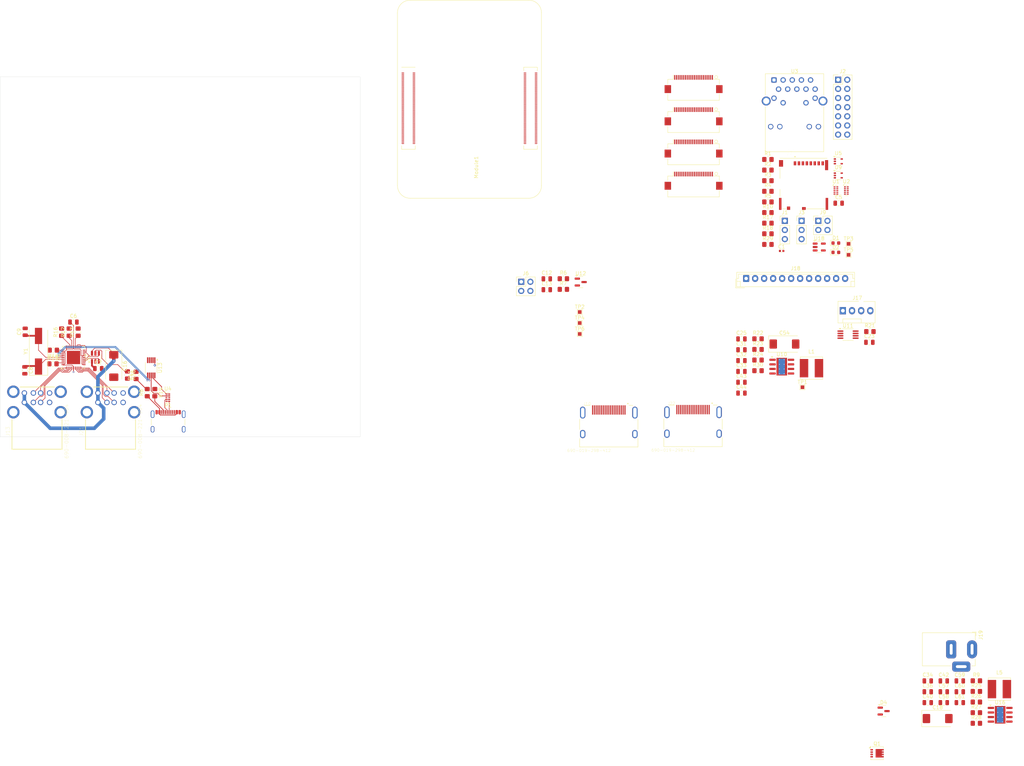
<source format=kicad_pcb>
(kicad_pcb (version 20240108) (generator "pcbnew") (generator_version "8.0")
  (layers (0 "F.Cu" signal) (1 "In1.Cu" signal) (2 "In2.Cu" signal) (31 "B.Cu" signal) (34 "B.Paste" user) (35 "F.Paste" user) (36 "B.SilkS" user "B.Silkscreen") (37 "F.SilkS" user "F.Silkscreen") (38 "B.Mask" user) (39 "F.Mask" user) (44 "Edge.Cuts" user))
  (net 0 "")
  (net 1 "GND")
  (net 2 "Net-(C1-Pad1)")
  (net 3 "/+5v")
  (net 4 "/+3.3v")
  (net 5 "/CM4_GPIO ( Ethernet, GPIO, SDCARD)/SD_PWR")
  (net 6 "Net-(U6-XTALIN{slash}CLKIN)")
  (net 7 "Net-(U6-XTALOUT)")
  (net 8 "/CM4_HighSpeed/HDMI_5v")
  (net 9 "/USB2-HUB/VBUS")
  (net 10 "/PCIe-connector/+12v")
  (net 11 "Net-(U10-BST)")
  (net 12 "Net-(C31-Pad1)")
  (net 13 "Net-(U10-SS)")
  (net 14 "Net-(U10-COMP)")
  (net 15 "/+12v")
  (net 16 "Net-(Q1-D)")
  (net 17 "Net-(C43-Pad1)")
  (net 18 "/PCIe-connector/+3.3v")
  (net 19 "Net-(U10-FB)")
  (net 20 "Net-(C57-Pad1)")
  (net 21 "Net-(U16-BST)")
  (net 22 "Net-(U16-SS)")
  (net 23 "Net-(U16-COMP)")
  (net 24 "Net-(C60-Pad1)")
  (net 25 "Net-(U16-FB)")
  (net 26 "Net-(D1-K)")
  (net 27 "Net-(D2-K)")
  (net 28 "/CM4_GPIO ( Ethernet, GPIO, SDCARD)/GLOBAL_EN")
  (net 29 "/CM4_GPIO ( Ethernet, GPIO, SDCARD)/RUN_PG")
  (net 30 "Net-(J2-Pin_13)")
  (net 31 "/CM4_GPIO ( Ethernet, GPIO, SDCARD)/nRPIBOOT")
  (net 32 "/CM4_GPIO ( Ethernet, GPIO, SDCARD)/AIN1")
  (net 33 "/CM4_GPIO ( Ethernet, GPIO, SDCARD)/SYNC_OUT")
  (net 34 "/CM4_GPIO ( Ethernet, GPIO, SDCARD)/AIN0")
  (net 35 "/CM4_GPIO ( Ethernet, GPIO, SDCARD)/TV_OUT")
  (net 36 "/CM4_GPIO ( Ethernet, GPIO, SDCARD)/EEPROM_nWP")
  (net 37 "/CM4_GPIO ( Ethernet, GPIO, SDCARD)/SYNC_IN")
  (net 38 "/CM4_GPIO ( Ethernet, GPIO, SDCARD)/BT_nDis")
  (net 39 "/CM4_GPIO ( Ethernet, GPIO, SDCARD)/WL_nDis")
  (net 40 "/CM4_HighSpeed/CAM0_C_P")
  (net 42 "/CM4_HighSpeed/CAM0_D1_N")
  (net 43 "/CM4_HighSpeed/SDA1")
  (net 44 "/CM4_HighSpeed/CAM_GPIO")
  (net 45 "/CM4_HighSpeed/CAM0_D1_P")
  (net 46 "/CM4_HighSpeed/CAM0_D0_P")
  (net 47 "/CM4_HighSpeed/SCL1")
  (net 50 "/CM4_HighSpeed/CAM0_C_N")
  (net 52 "/CM4_HighSpeed/CAM0_D0_N")
  (net 54 "/CM4_HighSpeed/CAM1_D2_P")
  (net 55 "/CM4_HighSpeed/CAM1_D2_N")
  (net 56 "/CM4_HighSpeed/CAM1_D1_P")
  (net 58 "/CM4_HighSpeed/CAM1_D3_N")
  (net 59 "/CM4_HighSpeed/CAM1_C_P")
  (net 60 "/CM4_HighSpeed/SDA0")
  (net 61 "/CM4_HighSpeed/SCL0")
  (net 62 "/CM4_HighSpeed/CAM1_D3_P")
  (net 63 "/CM4_HighSpeed/CAM1_C_N")
  (net 64 "/CM4_HighSpeed/CAM1_D0_N")
  (net 65 "/CM4_HighSpeed/CAM1_D1_N")
  (net 66 "/CM4_HighSpeed/CAM1_D0_P")
  (net 67 "/CM4_GPIO ( Ethernet, GPIO, SDCARD)/ID_SC")
  (net 68 "/CM4_GPIO ( Ethernet, GPIO, SDCARD)/ID_SD")
  (net 69 "/CM4_GPIO ( Ethernet, GPIO, SDCARD)/SD_DAT1")
  (net 70 "/CM4_GPIO ( Ethernet, GPIO, SDCARD)/SD_CMD")
  (net 71 "Net-(J7-DET_B)")
  (net 72 "/CM4_GPIO ( Ethernet, GPIO, SDCARD)/SD_CLK")
  (net 73 "/CM4_GPIO ( Ethernet, GPIO, SDCARD)/SD_DAT0")
  (net 74 "Net-(J7-DET_A)")
  (net 75 "/CM4_GPIO ( Ethernet, GPIO, SDCARD)/SD_DAT3")
  (net 76 "/CM4_GPIO ( Ethernet, GPIO, SDCARD)/SD_DAT2")
  (net 77 "/CM4_GPIO ( Ethernet, GPIO, SDCARD)/GPIO15")
  (net 78 "/CM4_GPIO ( Ethernet, GPIO, SDCARD)/GPIO17")
  (net 79 "/CM4_GPIO ( Ethernet, GPIO, SDCARD)/GPIO25")
  (net 80 "/CM4_GPIO ( Ethernet, GPIO, SDCARD)/GPIO26")
  (net 81 "/CM4_GPIO ( Ethernet, GPIO, SDCARD)/GPIO23")
  (net 82 "/CM4_GPIO ( Ethernet, GPIO, SDCARD)/GPIO9")
  (net 83 "/CM4_GPIO ( Ethernet, GPIO, SDCARD)/GPIO19")
  (net 84 "/CM4_GPIO ( Ethernet, GPIO, SDCARD)/GPIO4")
  (net 85 "/CM4_GPIO ( Ethernet, GPIO, SDCARD)/GPIO22")
  (net 86 "/CM4_GPIO ( Ethernet, GPIO, SDCARD)/GPIO27")
  (net 87 "/CM4_GPIO ( Ethernet, GPIO, SDCARD)/GPIO16")
  (net 88 "/CM4_GPIO ( Ethernet, GPIO, SDCARD)/GPIO5")
  (net 89 "/CM4_GPIO ( Ethernet, GPIO, SDCARD)/GPIO18")
  (net 90 "/CM4_GPIO ( Ethernet, GPIO, SDCARD)/GPIO3")
  (net 91 "/CM4_GPIO ( Ethernet, GPIO, SDCARD)/GPIO8")
  (net 92 "/CM4_GPIO ( Ethernet, GPIO, SDCARD)/GPIO21")
  (net 93 "/CM4_GPIO ( Ethernet, GPIO, SDCARD)/GPIO10")
  (net 94 "/CM4_GPIO ( Ethernet, GPIO, SDCARD)/GPIO2")
  (net 95 "/CM4_GPIO ( Ethernet, GPIO, SDCARD)/GPIO24")
  (net 96 "/CM4_GPIO ( Ethernet, GPIO, SDCARD)/GPIO13")
  (net 97 "/CM4_GPIO ( Ethernet, GPIO, SDCARD)/GPIO7")
  (net 98 "/CM4_GPIO ( Ethernet, GPIO, SDCARD)/GPIO14")
  (net 99 "/CM4_GPIO ( Ethernet, GPIO, SDCARD)/GPIO11")
  (net 100 "/CM4_GPIO ( Ethernet, GPIO, SDCARD)/GPIO20")
  (net 101 "/CM4_GPIO ( Ethernet, GPIO, SDCARD)/GPIO12")
  (net 102 "/CM4_GPIO ( Ethernet, GPIO, SDCARD)/GPIO6")
  (net 103 "/CM4_GPIO ( Ethernet, GPIO, SDCARD)/TR2_TAP")
  (net 104 "/CM4_GPIO ( Ethernet, GPIO, SDCARD)/TR1_TAP")
  (net 105 "/CM4_GPIO ( Ethernet, GPIO, SDCARD)/TR0_TAP")
  (net 106 "/CM4_GPIO ( Ethernet, GPIO, SDCARD)/TR3_TAP")
  (net 107 "/CM4_HighSpeed/HDMI1_CK_N")
  (net 108 "/CM4_HighSpeed/HDMI1_D1_P")
  (net 109 "/CM4_HighSpeed/HDMI1_SCL")
  (net 111 "/CM4_HighSpeed/HDMI1_D2_P")
  (net 112 "/CM4_HighSpeed/HDMI1_CEC")
  (net 113 "/CM4_HighSpeed/HDMI1_D1_N")
  (net 114 "/CM4_HighSpeed/HDMI1_HOTPLUG")
  (net 115 "/CM4_HighSpeed/HDMI1_D0_P")
  (net 116 "/CM4_HighSpeed/HDMI1_D0_N")
  (net 117 "/CM4_HighSpeed/HDMI1_D2_N")
  (net 118 "/CM4_HighSpeed/HDMI1_SDA")
  (net 119 "/CM4_HighSpeed/HDMI1_CK_P")
  (net 120 "/USB2-HUB/USBD_N")
  (net 121 "/USB2-HUB/USBD_P")
  (net 122 "/USB2-HUB/HD1_N")
  (net 123 "/USB2-HUB/HD2_N")
  (net 124 "/USB2-HUB/HD2_P")
  (net 125 "/USB2-HUB/HD1_P")
  (net 126 "/USB2-HUB/HD3_P")
  (net 127 "/USB2-HUB/HD3_N")
  (net 128 "/USB2-HUB/HD4_P")
  (net 129 "/USB2-HUB/HD4_N")
  (net 131 "/CM4_HighSpeed/DSI0_D1_N")
  (net 132 "/CM4_HighSpeed/DSI0_C_N")
  (net 133 "/CM4_HighSpeed/DSI0_C_P")
  (net 135 "/CM4_HighSpeed/DSI0_D1_P")
  (net 137 "/CM4_HighSpeed/DSI0_D0_N")
  (net 139 "/CM4_HighSpeed/DSI0_D0_P")
  (net 143 "/CM4_HighSpeed/DSI1_D2_P")
  (net 144 "/CM4_HighSpeed/DSI1_D3_P")
  (net 145 "/CM4_HighSpeed/DSI1_D1_P")
  (net 146 "/CM4_HighSpeed/DSI1_D2_N")
  (net 147 "/CM4_HighSpeed/DSI1_D0_N")
  (net 149 "/CM4_HighSpeed/DSI1_D0_P")
  (net 150 "/CM4_HighSpeed/DSI1_C_N")
  (net 151 "/CM4_HighSpeed/DSI1_C_P")
  (net 152 "/CM4_HighSpeed/DSI1_D3_N")
  (net 153 "/CM4_HighSpeed/DSI1_D1_N")
  (net 154 "Net-(J17-Pin_3)")
  (net 155 "Net-(J17-Pin_4)")
  (net 156 "/CM4_HighSpeed/PCIE_RX_P")
  (net 157 "/CM4_HighSpeed/PCIE_CLK_nREQ")
  (net 158 "/CM4_HighSpeed/PCIE_CLK_N")
  (net 159 "/CM4_HighSpeed/PCIE_RX_N")
  (net 160 "/CM4_HighSpeed/PCIE_TX_P")
  (net 161 "/CM4_HighSpeed/PCIE_nRST")
  (net 162 "/CM4_HighSpeed/PCIE_TX_N")
  (net 163 "/CM4_HighSpeed/PCIE_CLK_P")
  (net 164 "/CM4_HighSpeed/HDMI0_CK_P")
  (net 165 "/CM4_HighSpeed/HDMI0_D0_N")
  (net 166 "/CM4_HighSpeed/HDMI0_D2_N")
  (net 167 "/CM4_HighSpeed/HDMI0_D1_P")
  (net 168 "/CM4_HighSpeed/HDMI0_SCL")
  (net 170 "/CM4_HighSpeed/HDMI0_CK_N")
  (net 171 "/CM4_HighSpeed/HDMI0_D2_P")
  (net 172 "/CM4_HighSpeed/HDMI0_CEC")
  (net 173 "/CM4_HighSpeed/HDMI0_SDA")
  (net 174 "/CM4_HighSpeed/HDMI0_D1_N")
  (net 175 "/CM4_HighSpeed/HDMI0_D0_P")
  (net 176 "/CM4_HighSpeed/HDMI0_HOTPLUG")
  (net 177 "Net-(U10-SW)")
  (net 178 "Net-(U16-SW)")
  (net 180 "/CM4_GPIO ( Ethernet, GPIO, SDCARD)/TRD3_P")
  (net 182 "Net-(Module1A-PI_nLED_Activity)")
  (net 184 "/nEXTRST")
  (net 185 "/CM4_HighSpeed/USB2_N")
  (net 186 "/CM4_GPIO ( Ethernet, GPIO, SDCARD)/TRD2_P")
  (net 187 "/CM4_GPIO ( Ethernet, GPIO, SDCARD)/nPWR_LED")
  (net 188 "/CM4_GPIO ( Ethernet, GPIO, SDCARD)/TRD0_P")
  (net 189 "/CM4_HighSpeed/USBOTG_ID")
  (net 190 "/CM4_GPIO ( Ethernet, GPIO, SDCARD)/TRD1_N")
  (net 192 "/CM4_GPIO ( Ethernet, GPIO, SDCARD)/GPIO_VREF")
  (net 195 "/CM4_GPIO ( Ethernet, GPIO, SDCARD)/ETH_LEDY")
  (net 196 "/CM4_GPIO ( Ethernet, GPIO, SDCARD)/ETH_LEDG")
  (net 197 "/CM4_GPIO ( Ethernet, GPIO, SDCARD)/+1.8v")
  (net 198 "/CM4_GPIO ( Ethernet, GPIO, SDCARD)/Reserved")
  (net 199 "/CM4_GPIO ( Ethernet, GPIO, SDCARD)/TRD2_N")
  (net 202 "/CM4_GPIO ( Ethernet, GPIO, SDCARD)/TRD1_P")
  (net 203 "/CM4_GPIO ( Ethernet, GPIO, SDCARD)/TRD3_N")
  (net 204 "/CM4_GPIO ( Ethernet, GPIO, SDCARD)/SD_PWR_ON")
  (net 205 "/CM4_GPIO ( Ethernet, GPIO, SDCARD)/TRD0_N")
  (net 206 "/CM4_HighSpeed/USB2_P")
  (net 207 "Net-(U3-LEDG_K)")
  (net 208 "Net-(U3-LEDY_K)")
  (net 209 "Net-(R10-Pad2)")
  (net 210 "Net-(U6-SCL{slash}SMBCLK{slash}CFG_SEL0)")
  (net 211 "Net-(U6-SDA{slash}SMBDATA{slash}NON_REM1)")
  (net 212 "Net-(U6-SUSP_IND{slash}LOCAL_PWR{slash}NON_REM0)")
  (net 213 "Net-(U6-RBIAS)")
  (net 214 "Net-(U6-HS_IND{slash}CFG_SEL1)")
  (net 215 "Net-(U7-ILIM)")
  (net 216 "/USB2-HUB/USBH_N")
  (net 218 "/USB2-HUB/nOCS1")
  (net 223 "/USB2-HUB/PWR1")
  (net 225 "/USB2-HUB/USBH_P")
  (net 229 "/RTC , Wakeup, FAN/SDA")
  (net 230 "/RTC , Wakeup, FAN/SCL")
  (net 231 "Net-(D4-K)")
  (net 233 "Net-(P1-VBUS-PadA4)")
  (net 234 "Net-(P1-CC)")
  (net 235 "Net-(P1-D-)")
  (net 236 "Net-(P1-D+)")
  (footprint "Resistor_SMD:R_0805_2012Metric_Pad1.20x1.40mm_HandSolder" (layer "F.Cu") (at 310.05 125.4)
    (property "Reference" "R30")
    (property "Value" "15K 1%")
  )
  (footprint "Inductor_SMD:L_Bourns_SRN6045TA" (layer "F.Cu") (at 324.9 124.7)
    (property "Reference" "L1")
    (property "Value" "SRN6045TA-3R3Y")
  )
  (footprint "Capacitor_SMD:C_0805_2012Metric" (layer "F.Cu") (at 106.4 125.3 -90)
    (property "Reference" "C8")
    (property "Value" "27pF")
  )
  (footprint "Capacitor_SMD:C_0805_2012Metric" (layer "F.Cu") (at 305.45 116.58)
    (property "Reference" "C25")
    (property "Value" "10u 35v")
  )
  (footprint "TestPoint:TestPoint_Pad_1.0x1.0mm" (layer "F.Cu") (at 260.53 112.16)
    (property "Reference" "TP4")
    (property "Value" "TestPoint")
  )
  (footprint "Resistor_SMD:R_0805_2012Metric_Pad1.20x1.40mm_HandSolder" (layer "F.Cu") (at 118.7 114.7 90)
    (property "Reference" "R12")
    (property "Value" "36K 1%")
  )
  (footprint "Package_DFN_QFN:QFN-36-1EP_6x6mm_P0.5mm_EP3.7x3.7mm" (layer "F.Cu") (at 119.925 121.725 90)
    (property "Reference" "U6")
    (property "Value" "USB2514B-I/M2")
  )
  (footprint "Connector_PinHeader_2.54mm:PinHeader_1x03_P2.54mm_Vertical" (layer "F.Cu") (at 317.5 83.78)
    (property "Reference" "J1")
    (property "Value" "Conn_01x03")
  )
  (footprint "Capacitor_Tantalum_SMD:CP_EIA-7343-31_Kemet-D" (layer "F.Cu") (at 359.945 222.025)
    (property "Reference" "C18")
    (property "Value" "100uF")
  )
  (footprint "Connector_USB:USB_C_Receptacle_GCT_USB4105-xx-A_16P_TopMnt_Horizontal" (layer "F.Cu") (at 146.2 140.6)
    (property "Reference" "P1")
    (property "Value" "USB_C_Plug_USB2.0")
  )
  (footprint "Resistor_SMD:R_0805_2012Metric_Pad1.20x1.40mm_HandSolder" (layer "F.Cu") (at 370.7 217.445)
    (property "Reference" "R26")
    (property "Value" "12K 1%")
  )
  (footprint "Package_SON:USON-10_2.5x1.0mm_P0.5mm" (layer "F.Cu") (at 334.58 75.355)
    (property "Reference" "U2")
    (property "Value" "TPD4EUSB30")
  )
  (footprint "Capacitor_SMD:C_0805_2012Metric" (layer "F.Cu") (at 305.45 119.59)
    (property "Reference" "C31")
    (property "Value" "100n")
  )
  (footprint "Resistor_SMD:R_0805_2012Metric_Pad1.20x1.40mm_HandSolder" (layer "F.Cu") (at 370.7 220.395)
    (property "Reference" "R27")
    (property "Value" "12K 1%")
  )
  (footprint "Package_SON:Diodes_PowerDI3333-8" (layer "F.Cu") (at 343.1175 231.665)
    (property "Reference" "Q1")
    (property "Value" "DMP3013SFV-7")
  )
  (footprint "Connector:FanPinHeader_1x04_P2.54mm_Vertical" (layer "F.Cu") (at 333.62 108.74)
    (property "Reference" "J17")
    (property "Value" "Molex 470531000")
  )
  (footprint "CM4IO:TRJG0926HENL" (layer "F.Cu") (at 320.2 53.55)
    (property "Reference" "U3")
    (property "Value" "MagJack-A70-112-331N126")
  )
  (footprint "TestPoint:TestPoint_Pad_1.0x1.0mm" (layer "F.Cu") (at 260.53 109.11)
    (property "Reference" "TP2")
    (property "Value" "TestPoint")
  )
  (footprint "Capacitor_SMD:C_0805_2012Metric" (layer "F.Cu") (at 340.98 117.52)
    (property "Reference" "C23")
    (property "Value" "100n")
  )
  (footprint "Connector_PinHeader_2.54mm:PinHeader_1x03_P2.54mm_Vertical" (layer "F.Cu") (at 322.15 83.78)
    (property "Reference" "J3")
    (property "Value" "Conn_01x03")
  )
  (footprint "Resistor_SMD:R_0805_2012Metric_Pad1.20x1.40mm_HandSolder" (layer "F.Cu") (at 255.98 99.86)
    (property "Reference" "R6")
    (property "Value" "2.2K 1%")
  )
  (footprint "Package_TO_SOT_SMD:SOT-23" (layer "F.Cu") (at 260.8 100.785)
    (property "Reference" "U12")
    (property "Value" "RT9742SNGV")
  )
  (footprint "Capacitor_SMD:C_0805_2012Metric" (layer "F.Cu") (at 361.65 217.595)
    (property "Reference" "C58")
    (property "Value" "100n")
  )
  (footprint "TestPoint:TestPoint_Pad_1.0x1.0mm" (layer "F.Cu") (at 335.2 90.18)
    (property "Reference" "TP3")
    (property "Value" "TestPoint")
  )
  (footprint "CM4IO:EDAC 690-019-298-412" (layer "F.Cu") (at 292 136.94325)
    (property "Reference" "J22")
    (property "Value" "690-019-298-412")
  )
  (footprint "TestPoint:TestPoint_Pad_1.0x1.0mm" (layer "F.Cu") (at 260.53 115.21)
    (property "Reference" "TP6")
    (property "Value" "TestPoint")
  )
  (footprint "Package_TO_SOT_SMD:SOT-23-6" (layer "F.Cu") (at 126 121.7 90)
    (property "Reference" "U7")
    (property "Value" "AP22653W6")
  )
  (footprint "Resistor_SMD:R_0805_2012Metric_Pad1.20x1.40mm_HandSolder" (layer "F.Cu") (at 310.05 122.45)
    (property "Reference" "R24")
    (property "Value" "47K 1%")
  )
  (footprint "Resistor_SMD:R_0805_2012Metric_Pad1.20x1.40mm_HandSolder" (layer "F.Cu") (at 312.8 66.73)
    (property "Reference" "R1")
    (property "Value" "1k")
  )
  (footprint "Resistor_SMD:R_0805_2012Metric_Pad1.20x1.40mm_HandSolder" (layer "F.Cu") (at 341.13 114.54)
    (property "Reference" "R21")
    (property "Value" "36K 1%")
  )
  (footprint "Capacitor_SMD:C_0805_2012Metric" (layer "F.Cu") (at 357.2 214.585)
    (property "Reference" "C36")
    (property "Value" "100n 100v")
  )
  (footprint "Resistor_SMD:R_0805_2012Metric_Pad1.20x1.40mm_HandSolder" (layer "F.Cu") (at 114.2 123.5)
    (property "Reference" "R15")
    (property "Value" "12K 1%")
  )
  (footprint "Resistor_SMD:R_0805_2012Metric_Pad1.20x1.40mm_HandSolder" (layer "F.Cu") (at 312.8 84.43)
    (property "Reference" "R17")
    (property "Value" "nf")
  )
  (footprint "Capacitor_SMD:C_0805_2012Metric" (layer "F.Cu") (at 357.2 217.595)
    (property "Reference" "C40")
    (property "Value" "100n")
  )
  (footprint "Capacitor_SMD:C_0805_2012Metric" (layer "F.Cu") (at 361.65 214.585)
    (property "Reference" "C57")
    (property "Value" "100n")
  )
  (footprint "CM4IO:MOLEX_USB_67298-4090" (layer "F.Cu") (at 109.775 136.9325)
    (property "Reference" "J13")
    (property "Value" "690-008-221-904")
  )
  (footprint "Capacitor_SMD:C_0805_2012Metric" (layer "F.Cu") (at 305.45 128.62)
    (property "Reference" "C43")
    (property "Value" "1.2nF")
  )
  (footprint "Resistor_SMD:R_0805_2012Metric_Pad1.20x1.40mm_HandSolder" (layer "F.Cu") (at 137.3 126.7 90)
    (property "Reference" "R11")
    (property "Value" "2.2K 1%")
  )
  (footprint "CM4IO:MOLEX_USB_67298-4090" (layer "F.Cu") (at 130.2 136.9325)
    (property "Reference" "J21")
    (property "Value" "690-008-221-904")
  )
  (footprint "Capacitor_SMD:C_0805_2012Metric" (layer "F.Cu") (at 366.1 217.595)
    (property "Reference" "C61")
    (property "Value" "nf")
  )
  (footprint "Capacitor_Tantalum_SMD:CP_EIA-7343-31_Kemet-D" (layer "F.Cu") (at 317.395 118)
    (property "Reference" "C54")
    (property "Value" "100uF")
  )
  (footprint "CM4IO:Hirose_FH12-22S-0.5SH_1x22-1MP_P0.50mm_Horizontal" (layer "F.Cu") (at 292.15 72.64)
    (property "Reference" "J16")
    (property "Value" "Conn_01x22_Female")
  )
  (footprint "Package_SO:SOIC-8-1EP_3.9x4.9mm_P1.27mm_EP2.95x4.9mm_Mask2.71x3.4mm_ThermalVias" (layer "F.Cu") (at 377.3 220.975)
    (property "Reference" "U16")
    (property "Value" "AP64501SP-13")
  )
  (footprint "Capacitor_SMD:C_0805_2012Metric" (layer "F.Cu") (at 305.45 131.63)
    (property "Reference" "C44")
    (property "Value" "nf")
  )
  (footprint "LED_SMD:LED_0603_1608Metric" (layer "F.Cu") (at 331.67 89.95)
    (property "Reference" "D1")
    (property "Value" "LED Red")
  )
  (footprint "Resistor_SMD:R_0805_2012Metric_Pad1.20x1.40mm_HandSolder" (layer "F.Cu") (at 134.9 126.6 -90)
    (property "Reference" "R36")
    (property "Value" "15K 1%")
  )
  (footprint "Capacitor_SMD:C_0805_2012Metric" (layer "F.Cu") (at 332.45 78.88)
    (property "Reference" "C5")
    (property "Value" "10u")
  )
  (footprint "CM4IO:SDCARD_MOLEX_503398-1892" (layer "F.Cu") (at 322.7 73.43)
    (property "Reference" "J7")
    (property "Value" "Micro_SD_Card_Det")
  )
  (footprint "Resistor_SMD:R_0805_2012Metric_Pad1.20x1.40mm_HandSolder" (layer "F.Cu") (at 255.98 102.81)
    (property "Reference" "R7")
    (property "Value" "2.2K 1%")
  )
  (footprint "CM4IO:Hirose_FH12-22S-0.5SH_1x22-1MP_P0.50mm_Horizontal" (layer "F.Cu") (at 292.15 54.74)
    (property "Reference" "J5")
    (property "Value" "Conn_01x22_Female")
  )
  (footprint "Resistor_SMD:R_0805_2012Metric_Pad1.20x1.40mm_HandSolder" (layer "F.Cu") (at 142.5 131.5 -90)
    (property "Reference" "R19")
    (property "Value" "5.1K 1%")
  )
  (footprint "Capacitor_SMD:C_0805_2012Metric" (layer "F.Cu") (at 119.9 111.9)
    (property "Reference" "C6")
    (property "Value" "100u")
  )
  (footprint "Capacitor_SMD:C_0805_2012Metric" (layer "F.Cu") (at 366.1 211.575)
    (property "Reference" "C59")
    (property "Value" "nf")
  )
  (footprint "Connector_JST:JST_EH_B12B-EH-A_1x12_P2.50mm_Vertical" (layer "F.Cu") (at 306.75 99.79)
    (property "Reference" "J18")
    (property "Value" "Conn_01x12_Pin")
  )
  (footprint "Package_SON:USON-10_2.5x1.0mm_P0.5mm" (layer "F.Cu") (at 331.685 75.355)
    (property "Reference" "U1")
    (property "Value" "TPD4EUSB30")
  )
  (footprint "Resistor_SMD:R_0805_2012Metric_Pad1.20x1.40mm_HandSolder" (layer "F.Cu") (at 310.05 116.55)
    (property "Reference" "R22")
    (property "Value" "10R")
  )
  (footprint "Capacitor_SMD:C_0805_2012Metric" (layer "F.Cu") (at 251.38 99.89)
    (property "Reference" "C12")
    (property "Value" "100n")
  )
  (footprint "Connector_PinHeader_2.54mm:PinHeader_2x02_P2.54mm_Vertical" (layer "F.Cu") (at 326.8 83.78)
    (property "Reference" "J9")
    (property "Value" "THD-02-R")
  )
  (footprint "Capacitor_SMD:C_0805_2012Metric" (layer "F.Cu") (at 366.1 214.585)
    (property "Reference" "C60")
    (property "Value" "1.2nF")
  )
  (footprint "Resistor_SMD:R_0805_2012Metric_Pad1.20x1.40mm_HandSolder" (layer "F.Cu") (at 370.7 211.545)
    (property "Reference" "R9")
    (property "Value" "10R")
  )
  (footprint "Resistor_SMD:R_0805_2012Metric_Pad1.20x1.40mm_HandSolder" (layer "F.Cu") (at 312.8 87.38)
    (property "Reference" "R18")
    (property "Value" "nf")
  )
  (footprint "TestPoint:TestPoint_Pad_1.0x1.0mm" (layer "F.Cu") (at 322.4 130)
    (property "Reference" "TP1")
    (property "Value" "TestPoint")
  )
  (footprint "Resistor_SMD:R_0805_2012Metric_Pad1.20x1.40mm_HandSolder" (layer "F.Cu") (at 310.05 119.5)
    (property "Reference" "R23")
    (property "Value" "12K 1%")
  )
  (footprint "Capacitor_SMD:C_0805_2012Metric" (layer "F.Cu") (at 305.45 122.6)
    (property "Reference" "C32")
    (property "Value" "100n")
  )
  (footprint "Capacitor_SMD:C_0805_2012Metric" (layer "F.Cu") (at 357.2 211.575)
    (property "Reference" "C34")
    (property "Value" "10u 35v")
  )
  (footprint "Connector_PinHeader_2.54mm:PinHeader_2x07_P2.54mm_Vertical" (layer "F.Cu") (at 332.3 44.59)
    (property "Reference" "J2")
    (property "Value" "Conn_02x07_Odd_Even")
  )
  (footprint "TestPoint:TestPoint_Pad_1.0x1.0mm" (layer "F.Cu") (at 335.2 93.23)
    (property "Reference" "TP5")
    (property "Value" "TestPoint")
  )
  (footprint "Capacitor_SMD:C_0805_2012Metric" (layer "F.Cu") (at 361.65 211.575)
    (property "Reference" "C42")
    (property "Value" "10u 35v")
  )
  (footprint "Capacitor_SMD:C_0805_2012Metric" (layer "F.Cu") (at 106.5 114.6 90)
    (property "Reference" "C9")
    (property "Value" "27pF")
  )
  (footprint "Package_TO_SOT_SMD:SOT-23-5" (layer "F.Cu") (at 327.05 91.055)
    (property "Reference" "U18")
    (property "Value" "RT9742GGJ5")
  )
  (footprint "Package_SON:USON-10_2.5x1.0mm_P0.5mm" (layer "F.Cu") (at 146.115 132.9)
    (property "Reference" "U4")
    (property "Value" "TPD4EUSB30")
  )
  (footprint "Resistor_SMD:R_0805_2012Metric_Pad1.20x1.40mm_HandSolder" (layer "F.Cu") (at 312.8 69.68)
    (property "Reference" "R2")
    (property "Value" "470R")
  )
  (footprint "Resistor_SMD:R_0805_2012Metric_Pad1.20x1.40mm_HandSolder" (layer "F.Cu") (at 312.8 72.63)
    (property "Reference" "R3")
    (property "Value" "470R")
  )
  (footprint "Package_SO:SOIC-8-1EP_3.9x4.9mm_P1.27mm_EP2.95x4.9mm_Mask2.71x3.4mm_ThermalVias" (layer "F.Cu") (at 316.65 124.28)
    (property "Reference" "U10")
    (property "Value" "AP64501SP-13")
  )
  (footprint "Resistor_SMD:R_0805_2012Metric_Pad1.20x1.40mm_HandSolder" (layer "F.Cu") (at 312.8 78.53)
    (property "Reference" "R5")
    (property "Value" "0R")
  )
  (footprint "Resistor_SMD:R_0805_2012Metric_Pad1.20x1.40mm_HandSolder" (layer "F.Cu") (at 312.8 81.48)
    (property "Reference" "R10")
    (property "Value" "1k")
  )
  (footprint "Capacitor_SMD:C_0805_2012Metric" (layer "F.Cu") (at 126.8 124.8)
    (property "Reference" "C2")
    (property "Value" "10u")
  )
  (footprint "CM4IO:BarrelJack_Horizontal" (layer "F.Cu") (at 369.5 202.8)
    (property "Reference" "J19")
    (property "Value" "Barrel_Jack")
  )
  (footprint "Inductor_SMD:L_Bourns_SRN6045TA" (layer "F.Cu") (at 377.1 213.845)
    (property "Reference" "L5")
    (property "Value" "SRN6045TA-3R3Y")
  )
  (footprint "Resistor_SMD:R_0805_2012Metric_Pad1.20x1.40mm_HandSolder" (layer "F.Cu") (at 312.8 90.33)
    (property "Reference" "R29")
    (property "Value" "12K 1%")
  )
  (footprint "Resistor_SMD:R_0805_2012Metric_Pad1.20x1.40mm_HandSolder" (layer "F.Cu") (at 312.8 75.58)
    (property "Reference" "R4")
    (property "Value" "nf")
  )
  (footprint "Capacitor_SMD:C_0805_2012Metric" (layer "F.Cu") (at 305.45 125.61)
    (property "Reference" "C33")
    (property "Value" "nf")
  )
  (footprint "Resistor_SMD:R_0805_2012Metric_Pad1.20x1.40mm_HandSolder" (layer "F.Cu") (at 121.2 114.7 90)
    (property "Reference" "R13")
    (property "Value" "36K 1%")
  )
  (footprint "Resistor_SMD:R_0805_2012Metric_Pad1.20x1.40mm_HandSolder" (layer "F.Cu") (at 370.7 223.345)
    (property "Reference" "R28")
    (property "Value" "2.2K 1%")
  )
  (footprint "CM4IO:Raspberry-Pi-4-Compute-Module" (layer "F.Cu") (at 213.4 74)
    (property "Reference" "Module1")
    (property "Value" "ComputeModule4")
  )
  (footprint "Package_TO_SOT_SMD:SOT-353_SC-70-5" (layer "F.Cu") (at 332.35 71.18)
    (property "Reference" "U9")
    (property "Value" "74LVC1G07SE-7")
  )
  (footprint "Package_SO:MSOP-8_3x3mm_P0.65mm" (layer "F.Cu") (at 335.05 115.39)
    (property "Reference" "U11")
    (property "Value" "EMC2301-1-ACZL-TR")
  )
  (footprint "Resistor_SMD:R_0805_2012Metric_Pad1.20x1.40mm_HandSolder" (layer "F.Cu") (at 140.4 131.5 90)
    (property "Reference" "R8")
    (property "Value" "2.2K 1%")
  )
  (footprint "CM4IO:Hirose_FH12-22S-0.5SH_1x22-1MP_P0.50mm_Horizontal" (layer "F.Cu") (at 292.15 63.69)
    (property "Reference" "J15")
    (property "Value" "Conn_01x22_Female")
  )
  (footprint "Connector_PinHeader_2.54mm:PinHeader_2x02_P2.54mm_Vertical" (layer "F.Cu") (at 244.28 100.71)
    (property "Reference" "J6")
    (property "Value" "THD-02-R")
  )
  (footprint "CM4IO:EDAC 690-019-298-412" (layer "F.Cu") (at 268.6 137.04325)
    (property "Reference" "J10")
    (property "Value" "690-019-298-412")
  )
  (footprint "Package_SO:MSOP-10_3x3mm_P0.5mm" (layer "F.Cu") (at 141.5 124.6 -90)
    (property "Reference" "U13")
    (property "Value" "FSUSB42MUX")
  )
  (footprint "Resistor_SMD:R_0805_2012Metric_Pad1.20x1.40mm_HandSolder" (layer "F.Cu") (at 370.7 214.495)
    (property "Reference" "R25")
    (property "Value" "20K 1%")
  )
  (footprint "LED_SMD:LED_0603_1608Metric" (layer "F.Cu") (at 331.67 92.54)
    (property "Reference" "D2")
    (property "Value" "LED Green")
  )
  (footprint "CM4IO:Hirose_FH12-22S-0.5SH_1x22-1MP_P0.50mm_Horizontal" (layer "F.Cu") (at 292.15 45.79)
    (property "Reference" "J4")
    (property "Value" "Conn_01x22_Female")
  )
  (footprint "Capacitor_SMD:C_0402_1005Metric" (layer "F.Cu") (at 316.61 92.14)
    (property "Reference" "C1")
    (property "Value" "100n")
  )
  (footprint "Capacitor_Tantalum_SMD:CP_EIA-7343-31_Kemet-D" (layer "F.Cu") (at 131.1 124.1 -90)
    (property "Reference" "C16")
    (property "Value" "100uF")
  )
  (footprint "Capacitor_SMD:C_0805_2012Metric" (layer "F.Cu") (at 251.38 102.9)
    (property "Reference" "C13")
    (property "Value" "100n")
  )
  (footprint "Crystal:Crystal_SMD_HC49-SD" (layer "F.Cu") (at 110.2 120 90)
    (property "Reference" "Y1")
    (property "Value" "24MHz")
  )
  (footprint "Resistor_SMD:R_0805_2012Metric_Pad1.20x1.40mm_HandSolder" (layer "F.Cu") (at 116.6 114.7 90)
    (property "Reference" "R16")
    (property "Value" "36K 1%")
  )
  (footprint "Resistor_SMD:R_0805_2012Metric_Pad1.20x1.40mm_HandSolder" (layer "F.Cu") (at 114.3 119.7 180)
    (property "Reference" "R14")
    (property "Value" "36K 1%")
  )
  (footprint "Package_TO_SOT_SMD:SOT-353_SC-70-5" (layer "F.Cu") (at 332.35 67.255)
    (property "Reference" "U5")
    (property "Value" "74LVC1G07SE-7")
  )
  (footprint "Package_TO_SOT_SMD:SOT-23" (layer "F.Cu") (at 344.9375 219.95)
    (property "Reference" "D4")
    (property "Value" "MMBZ5242BLT3G")
  )
  (gr_rect (start 99.525 43.775) (end 199.525 143.775) (stroke (width 0.05)) (fill none) (layer "Edge.Cuts"))
  (segment (start 127.300001 124.8) (end 127.75 124.8) (width 0.147) (layer "F.Cu") (net 1))
  (segment (start 126 122.8375) (end 126 123.499999) (width 0.147) (layer "F.Cu") (net 1))
  (segment (start 125.85 124.8) (end 125.05 124) (width 0.5) (layer "F.Cu") (net 3))
  (segment (start 125.05 124) (end 125.05 122.8375) (width 0.5) (layer "F.Cu") (net 3))
  (segment (start 117.925 119.325) (end 117.925 118.7875) (width 0.147) (layer "F.Cu") (net 4))
  (segment (start 122.450001 123.725) (end 122.2465 123.521499) (width 0.147) (layer "F.Cu") (net 4))
  (segment (start 119.721499 119.4035) (end 118.0035 119.4035) (width 0.147) (layer "F.Cu") (net 4))
  (segment (start 122.572088 121.225) (end 122.8625 121.225) (width 0.147) (layer "F.Cu") (net 4))
  (segment (start 117.399999 120.225) (end 117.6035 120.428501) (width 0.147) (layer "F.Cu") (net 4))
  (segment (start 119.925 119.199999) (end 119.721499 119.4035) (width 0.147) (layer "F.Cu") (net 4))
  (segment (start 121.7105 119.4035) (end 120.128501 119.4035) (width 0.147) (layer "F.Cu") (net 4))
  (segment (start 117.925 118.7875) (end 117.925 119.675) (width 0.147) (layer "F.Cu") (net 4))
  (segment (start 122.2465 123.521499) (end 122.2465 121.550588) (width 0.147) (layer "F.Cu") (net 4))
  (segment (start 142.5 122.4875) (end 142.5 123.9) (width 0.147) (layer "F.Cu") (net 4))
  (segment (start 122.025 121.225) (end 122.025 119.718) (width 0.147) (layer "F.Cu") (net 4))
  (segment (start 122.8625 123.725) (end 122.450001 123.725) (width 0.147) (layer "F.Cu") (net 4))
  (segment (start 117.925 119.675) (end 117.375 120.225) (width 0.147) (layer "F.Cu") (net 4))
  (segment (start 122.8625 121.225) (end 122.025 121.225) (width 0.147) (layer "F.Cu") (net 4))
  (segment (start 116.9875 123.725) (end 117.112499 123.849999) (width 0.147) (layer "F.Cu") (net 4))
  (segment (start 119.925 112.875) (end 119.925 118.7875) (width 0.147) (layer "F.Cu") (net 4))
  (segment (start 117.6035 120.428501) (end 117.6035 123.399412) (width 0.147) (layer "F.Cu") (net 4))
  (segment (start 117.277912 123.725) (end 116.9875 123.725) (width 0.147) (layer "F.Cu") (net 4))
  (segment (start 119.925 124.250001) (end 119.925 124.6625) (width 0.147) (layer "F.Cu") (net 4))
  (segment (start 120.128501 119.4035) (end 119.925 119.199999) (width 0.147) (layer "F.Cu") (net 4))
  (segment (start 122.025 119.718) (end 121.7105 119.4035) (width 0.147) (layer "F.Cu") (net 4))
  (segment (start 117.112499 123.849999) (end 119.524998 123.849999) (width 0.147) (layer "F.Cu") (net 4))
  (segment (start 119.524998 123.849999) (end 119.925 124.250001) (width 0.147) (layer "F.Cu") (net 4))
  (segment (start 122.2465 121.550588) (end 122.572088 121.225) (width 0.147) (layer "F.Cu") (net 4))
  (segment (start 119.925 118.7875) (end 119.925 119.199999) (width 0.147) (layer "F.Cu") (net 4))
  (segment (start 118.0035 119.4035) (end 117.925 119.325) (width 0.147) (layer "F.Cu") (net 4))
  (segment (start 116.9875 120.225) (end 117.399999 120.225) (width 0.147) (layer "F.Cu") (net 4))
  (segment (start 117.375 120.225) (end 116.9875 120.225) (width 0.147) (layer "F.Cu") (net 4))
  (segment (start 118.95 111.9) (end 119.925 112.875) (width 0.147) (layer "F.Cu") (net 4))
  (segment (start 117.6035 123.399412) (end 117.277912 123.725) (width 0.147) (layer "F.Cu") (net 4))
  (segment (start 119.925 125.775) (end 119.925 124.6625) (width 0.2) (layer "F.Cu") (net 4))
  (via (at 119.925 125.775) (size 0.45) (drill 0.25) (layers "F.Cu" "B.Cu") (net 4))
  (via (at 142.5 123.9) (size 0.6) (drill 0.25) (layers "F.Cu" "B.Cu") (net 4))
  (segment (start 106.4 124.1) (end 110.05 124.1) (width 0.5) (layer "F.Cu") (net 6))
  (segment (start 116.9875 122.225) (end 112.225 122.225) (width 0.147) (layer "F.Cu") (net 6))
  (segment (start 110.05 124.1) (end 110.2 124.25) (width 0.5) (layer "F.Cu") (net 6))
  (segment (start 112.225 122.225) (end 110.2 124.25) (width 0.147) (layer "F.Cu") (net 6))
  (segment (start 106.35 115.7) (end 110.15 115.7) (width 0.5) (layer "F.Cu") (net 7))
  (segment (start 112.225 121.725) (end 110.2 119.7) (width 0.147) (layer "F.Cu") (net 7))
  (segment (start 110.600001 115.75) (end 110.2 115.75) (width 0.147) (layer "F.Cu") (net 7))
  (segment (start 110.2 119.7) (end 110.2 115.75) (width 0.147) (layer "F.Cu") (net 7))
  (segment (start 116.9875 121.725) (end 112.225 121.725) (width 0.147) (layer "F.Cu") (net 7))
  (segment (start 110.15 115.7) (end 110.2 115.75) (width 0.5) (layer "F.Cu") (net 7))
  (segment (start 130.3 119.8) (end 129.6 119.1) (width 0.147) (layer "F.Cu") (net 9))
  (segment (start 129.6 119.1) (end 125.850001 119.1) (width 0.147) (layer "F.Cu") (net 9))
  (segment (start 125.05 119.900001) (end 125.05 120.5625) (width 0.147) (layer "F.Cu") (net 9))
  (segment (start 130.3 120.1875) (end 130.3 119.8) (width 0.147) (layer "F.Cu") (net 9))
  (segment (start 130.3 120.9875) (end 130.3 119.8) (width 0.147) (layer "F.Cu") (net 9))
  (segment (start 125.850001 119.1) (end 125.05 119.900001) (width 0.147) (layer "F.Cu") (net 9))
  (segment (start 131.1 122.7) (end 131.1 120.9875) (width 1) (layer "F.Cu") (net 9))
  (segment (start 131.1 120.9875) (end 130.3 120.1875) (width 0.147) (layer "F.Cu") (net 9))
  (via (at 131.1 122.7) (size 0.7) (drill 0.25) (layers "F.Cu" "B.Cu") (net 9))
  (segment (start 128.3 135.8225) (end 126.7 134.2225) (width 1) (layer "B.Cu") (net 9))
  (segment (start 125.7 141.4) (end 128.3 138.8) (width 1) (layer "B.Cu") (net 9))
  (segment (start 126.7 134.2225) (end 126.7 131.6025) (width 1) (layer "B.Cu") (net 9))
  (segment (start 106.275 134.2225) (end 113.4525 141.4) (width 1) (layer "B.Cu") (net 9))
  (segment (start 128.3 138.8) (end 128.3 135.8225) (width 1) (layer "B.Cu") (net 9))
  (segment (start 131.1 122.7) (end 126.7 127.1) (width 1) (layer "B.Cu") (net 9))
  (segment (start 126.7 127.1) (end 126.7 131.6025) (width 1) (layer "B.Cu") (net 9))
  (segment (start 113.4525 141.4) (end 125.7 141.4) (width 1) (layer "B.Cu") (net 9))
  (segment (start 106.275 131.6025) (end 106.275 134.2225) (width 1) (layer "B.Cu") (net 9))
  (segment (start 142.18425 131.67) (end 143.3 131.67) (width 0.2) (layer "F.Cu") (net 120))
  (segment (start 141.5 130.98575) (end 142.18425 131.67) (width 0.2) (layer "F.Cu") (net 120))
  (segment (start 141.5 126.7125) (end 141.5 130.98575) (width 0.2) (layer "F.Cu") (net 120))
  (segment (start 143.3 131.67) (end 144.03 132.4) (width 0.2) (layer "F.Cu") (net 120))
  (segment (start 144.03 132.4) (end 146.5 132.4) (width 0.2) (layer "F.Cu") (net 120))
  (segment (start 145.73 131.9) (end 146.5 131.9) (width 0.147) (layer "F.Cu") (net 121))
  (segment (start 145.73 131.9) (end 144.4 130.57) (width 0.147) (layer "F.Cu") (net 121))
  (segment (start 142 127.476438) (end 142 126.7125) (width 0.2) (layer "F.Cu") (net 121))
  (segment (start 144.4 130.57) (end 144.4 129.876438) (width 0.147) (layer "F.Cu") (net 121))
  (segment (start 144.4 129.876438) (end 142 127.476438) (width 0.2) (layer "F.Cu") (net 121))
  (segment (start 115.715 124.6625) (end 117.925 124.6625) (width 0.15) (layer "F.Cu") (net 122))
  (segment (start 108.775 131.6025) (end 115.715 124.6625) (width 0.15) (layer "F.Cu") (net 122))
  (segment (start 117.0625 125.56) (end 116.725 125.2225) (width 0.15) (layer "F.Cu") (net 123))
  (segment (start 116.725 125.2225) (end 115.94696 125.2225) (width 0.15) (layer "F.Cu") (net 123))
  (segment (start 115.94696 125.2225) (end 111.73 129.43946) (width 0.15) (layer "F.Cu") (net 123))
  (segment (start 118.925 124.6625) (end 118.925 124.970979) (width 0.15) (layer "F.Cu") (net 123))
  (segment (start 111.170574 132.5575) (end 110.44 132.5575) (width 0.15) (layer "F.Cu") (net 123))
  (segment (start 111.73 129.43946) (end 111.73 131.998074) (width 0.15) (layer "F.Cu") (net 123))
  (segment (start 111.73 131.998074) (end 111.170574 132.5575) (width 0.15) (layer "F.Cu") (net 123))
  (segment (start 118.925 124.970979) (end 118.335979 125.56) (width 0.15) (layer "F.Cu") (net 123))
  (segment (start 110.44 132.5575) (end 108.775 134.2225) (width 0.15) (layer "F.Cu") (net 123))
  (segment (start 118.335979 125.56) (end 117.0625 125.56) (width 0.15) (layer "F.Cu") (net 123))
  (segment (start 110.775 134.2225) (end 112.01 132.9875) (width 0.15) (layer "F.Cu") (net 124))
  (segment (start 119.425 125.074999) (end 119.425 124.6625) (width 0.15) (layer "F.Cu") (net 124))
  (segment (start 112.01 132.9875) (end 112.01 129.55544) (width 0.15) (layer "F.Cu") (net 124))
  (segment (start 116.425 125.5025) (end 116.7625 125.84) (width 0.15) (layer "F.Cu") (net 124))
  (segment (start 116.7625 125.84) (end 118.659999 125.84) (width 0.15) (layer "F.Cu") (net 124))
  (segment (start 112.01 129.55544) (end 116.06294 125.5025) (width 0.15) (layer "F.Cu") (net 124))
  (segment (start 116.06294 125.5025) (end 116.425 125.5025) (width 0.15) (layer "F.Cu") (net 124))
  (segment (start 118.659999 125.84) (end 119.425 125.074999) (width 0.15) (layer "F.Cu") (net 124))
  (segment (start 110.775 129.99848) (end 115.83098 124.9425) (width 0.15) (layer "F.Cu") (net 125))
  (segment (start 115.83098 124.9425) (end 117.05 124.9425) (width 0.15) (layer "F.Cu") (net 125))
  (segment (start 117.05 124.9425) (end 117.3875 125.28) (width 0.15) (layer "F.Cu") (net 125))
  (segment (start 110.775 131.6025) (end 110.775 129.99848) (width 0.15) (layer "F.Cu") (net 125))
  (segment (start 117.3875 125.28) (end 118.219999 125.28) (width 0.15) (layer "F.Cu") (net 125))
  (segment (start 118.425 125.074999) (end 118.425 124.6625) (width 0.15) (layer "F.Cu") (net 125))
  (segment (start 118.219999 125.28) (end 118.425 125.074999) (width 0.15) (layer "F.Cu") (net 125))
  (segment (start 129.535 132.5575) (end 128.7825 132.5575) (width 0.15) (layer "F.Cu") (net 126))
  (segment (start 131.2 134.2225) (end 129.535 132.5575) (width 0.15) (layer "F.Cu") (net 126))
  (segment (start 122.27848 125.56) (end 121.529966 125.56) (width 0.15) (layer "F.Cu") (net 126))
  (segment (start 128.7825 132.5575) (end 128.175 131.95) (width 0.15) (layer "F.Cu") (net 126))
  (segment (start 128.175 131.95) (end 128.175 129.36946) (width 0.15) (layer "F.Cu") (net 126))
  (segment (start 124.02804 125.2225) (end 122.61598 125.2225) (width 0.15) (layer "F.Cu") (net 126))
  (segment (start 120.925 124.955034) (end 120.925 124.6625) (width 0.15) (layer "F.Cu") (net 126))
  (segment (start 121.529966 125.56) (end 120.925 124.955034) (width 0.15) (layer "F.Cu") (net 126))
  (segment (start 122.61598 125.2225) (end 122.27848 125.56) (width 0.15) (layer "F.Cu") (net 126))
  (segment (start 128.175 129.36946) (end 124.02804 125.2225) (width 0.15) (layer "F.Cu") (net 126))
  (segment (start 120.425 124.955034) (end 120.425 124.6625) (width 0.15) (layer "F.Cu") (net 127))
  (segment (start 127.895 129.48544) (end 123.91206 125.5025) (width 0.15) (layer "F.Cu") (net 127))
  (segment (start 122.39446 125.84) (end 121.309966 125.84) (width 0.15) (layer "F.Cu") (net 127))
  (segment (start 127.895 132.9175) (end 127.895 129.48544) (width 0.15) (layer "F.Cu") (net 127))
  (segment (start 121.309966 125.84) (end 120.425 124.955034) (width 0.15) (layer "F.Cu") (net 127))
  (segment (start 122.73196 125.5025) (end 122.39446 125.84) (width 0.15) (layer "F.Cu") (net 127))
  (segment (start 123.91206 125.5025) (end 122.73196 125.5025) (width 0.15) (layer "F.Cu") (net 127))
  (segment (start 129.2 134.2225) (end 127.895 132.9175) (width 0.15) (layer "F.Cu") (net 127))
  (segment (start 124.26 124.6625) (end 121.925 124.6625) (width 0.15) (layer "F.Cu") (net 128))
  (segment (start 131.2 131.6025) (end 124.26 124.6625) (width 0.15) (layer "F.Cu") (net 128))
  (segment (start 124.14402 124.9425) (end 122.5 124.9425) (width 0.15) (layer "F.Cu") (net 129))
  (segment (start 122.5 124.9425) (end 122.1625 125.28) (width 0.15) (layer "F.Cu") (net 129))
  (segment (start 121.735 125.28) (end 121.425 124.97) (width 0.15) (layer "F.Cu") (net 129))
  (segment (start 122.1625 125.28) (end 121.735 125.28) (width 0.15) (layer "F.Cu") (net 129))
  (segment (start 129.2 131.6025) (end 129.2 129.99848) (width 0.15) (layer "F.Cu") (net 129))
  (segment (start 129.2 129.99848) (end 124.14402 124.9425) (width 0.15) (layer "F.Cu") (net 129))
  (segment (start 121.425 124.97) (end 121.425 124.6625) (width 0.15) (layer "F.Cu") (net 129))
  (segment (start 137.3 127.7) (end 140.1 130.5) (width 0.2) (layer "F.Cu") (net 189))
  (segment (start 140.1 130.5) (end 140.4 130.5) (width 0.2) (layer "F.Cu") (net 189))
  (segment (start 119.425 117.025) (end 119.425 118.7875) (width 0.147) (layer "F.Cu") (net 210))
  (segment (start 118.5 116.1) (end 119.425 117.025) (width 0.147) (layer "F.Cu") (net 210))
  (segment (start 118.5 115.7) (end 118.5 116.1) (width 0.147) (layer "F.Cu") (net 210))
  (segment (start 120.425 116.475) (end 120.425 118.7875) (width 0.147) (layer "F.Cu") (net 211))
  (segment (start 121.2 115.7) (end 120.425 116.475) (width 0.147) (layer "F.Cu") (net 211))
  (segment (start 115.3 119.7) (end 116.9625 119.7) (width 0.147) (layer "F.Cu") (net 212))
  (segment (start 116.9625 119.7) (end 116.9875 119.725) (width 0.147) (layer "F.Cu") (net 212))
  (segment (start 115.475 123.225) (end 115.2 123.5) (width 0.147) (layer "F.Cu") (net 213))
  (segment (start 116.9875 123.225) (end 115.475 123.225) (width 0.147) (layer "F.Cu") (net 213))
  (segment (start 116.4 115.7) (end 118.925 118.225) (width 0.147) (layer "F.Cu") (net 214))
  (segment (start 118.925 118.225) (end 118.925 118.7875) (width 0.147) (layer "F.Cu") (net 214))
  (segment (start 126.2035 119.6965) (end 126 119.9) (width 0.147) (layer "F.Cu") (net 215))
  (segment (start 129.5 123.7) (end 127.8 122) (width 0.147) (layer "F.Cu") (net 215))
  (segment (start 127.8 122) (end 127.8 120) (width 0.147) (layer "F.Cu") (net 215))
  (segment (start 127.8 120) (end 127.4965 119.6965) (width 0.147) (layer "F.Cu") (net 215))
  (segment (start 134.1 125.6) (end 132.2 123.7) (width 0.147) (layer "F.Cu") (net 215))
  (segment (start 126 119.9) (end 126 120.5625) (width 0.147) (layer "F.Cu") (net 215))
  (segment (start 132.2 123.7) (end 129.5 123.7) (width 0.147) (layer "F.Cu") (net 215))
  (segment (start 127.4965 119.6965) (end 126.2035 119.6965) (width 0.147) (layer "F.Cu") (net 215))
  (segment (start 134.1 125.6) (end 134.9 125.6) (width 0.147) (layer "F.Cu") (net 215))
  (segment (start 116.241494 120.758506) (end 116.275 120.725) (width 0.2) (layer "F.Cu") (net 216))
  (segment (start 116.1 120.758506) (end 116.241494 120.758506) (width 0.2) (layer "F.Cu") (net 216))
  (segment (start 116.275 120.725) (end 116.9875 120.725) (width 0.2) (layer "F.Cu") (net 216))
  (segment (start 140.5 128) (end 140.4 128.1) (width 0.2) (layer "F.Cu") (net 216))
  (segment (start 140.5 126.7125) (end 140.5 128) (width 0.2) (layer "F.Cu") (net 216))
  (via (at 140.4 128.1) (size 0.45) (drill 0.25) (layers "F.Cu" "B.Cu") (net 216))
  (via (at 116.1 120.758506) (size 0.45) (drill 0.25) (layers "F.Cu" "B.Cu") (net 216))
  (segment (start 140.4 128.1) (end 140.4 127.923222) (width 0.2) (layer "B.Cu") (net 216))
  (segment (start 116.1 120.581728) (end 116.1 120.758506) (width 0.2) (layer "B.Cu") (net 216))
  (segment (start 131.476778 119) (end 117.681728 119) (width 0.2) (layer "B.Cu") (net 216))
  (segment (start 117.681728 119) (end 116.1 120.581728) (width 0.2) (layer "B.Cu") (net 216))
  (segment (start 140.4 127.923222) (end 131.476778 119) (width 0.2) (layer "B.Cu") (net 216))
  (segment (start 123 118.4) (end 122.3125 118.4) (width 0.147) (layer "F.Cu") (net 218))
  (segment (start 121.925 118.375001) (end 121.721499 118.1715) (width 0.147) (layer "F.Cu") (net 218))
  (segment (start 124.478499 121.4285) (end 124.071499 121.4285) (width 0.147) (layer "F.Cu") (net 218))
  (segment (start 123.274999 120.225) (end 124.478499 121.4285) (width 0.147) (layer "F.Cu") (net 218))
  (segment (start 123.274999 122.225) (end 122.8625 122.225) (width 0.147) (layer "F.Cu") (net 218))
  (segment (start 120.925 118.375) (end 120.925 118.7875) (width 0.147) (layer "F.Cu") (net 218))
  (segment (start 122.3125 118.4) (end 121.925 118.7875) (width 0.147) (layer "F.Cu") (net 218))
  (segment (start 123.5 119.999999) (end 123.5 118.9) (width 0.147) (layer "F.Cu") (net 218))
  (segment (start 123.274999 120.225) (end 123.5 119.999999) (width 0.147) (layer "F.Cu") (net 218))
  (segment (start 122.8625 120.225) (end 123.274999 120.225) (width 0.147) (layer "F.Cu") (net 218))
  (segment (start 124.478499 121.4285) (end 126.746499 121.4285) (width 0.147) (layer "F.Cu") (net 218))
  (segment (start 121.925 118.7875) (end 121.925 118.375001) (width 0.147) (layer "F.Cu") (net 218))
  (segment (start 121.721499 118.1715) (end 121.1285 118.1715) (width 0.147) (layer "F.Cu") (net 218))
  (segment (start 124.071499 121.4285) (end 123.274999 122.225) (width 0.147) (layer "F.Cu") (net 218))
  (segment (start 126.95 121.224999) (end 126.95 120.5625) (width 0.147) (layer "F.Cu") (net 218))
  (segment (start 126.746499 121.4285) (end 126.95 121.224999) (width 0.147) (layer "F.Cu") (net 218))
  (segment (start 121.1285 118.1715) (end 120.925 118.375) (width 0.147) (layer "F.Cu") (net 218))
  (segment (start 123.5 118.9) (end 123 118.4) (width 0.147) (layer "F.Cu") (net 218))
  (segment (start 126.746499 121.9715) (end 124.028499 121.9715) (width 0.147) (layer "F.Cu") (net 223))
  (segment (start 126.95 122.175001) (end 126.746499 121.9715) (width 0.147) (layer "F.Cu") (net 223))
  (segment (start 123.274999 122.725) (end 122.8625 122.725) (width 0.147) (layer "F.Cu") (net 223))
  (segment (start 126.95 122.8375) (end 126.95 122.175001) (width 0.147) (layer "F.Cu") (net 223))
  (segment (start 124.028499 121.9715) (end 123.274999 122.725) (width 0.147) (layer "F.Cu") (net 223))
  (segment (start 141 126.7125) (end 141 128.1) (width 0.2) (layer "F.Cu") (net 225))
  (segment (start 115.7 121.2965) (end 116.916 121.2965) (width 0.2) (layer "F.Cu") (net 225))
  (segment (start 116.916 121.2965) (end 116.9875 121.225) (width 0.2) (layer "F.Cu") (net 225))
  (via (at 115.7 121.2965) (size 0.45) (drill 0.25) (layers "F.Cu" "B.Cu") (net 225))
  (via (at 141 128.1) (size 0.45) (drill 0.25) (layers "F.Cu" "B.Cu") (net 225))
  (segment (start 115.645 121.2415) (end 115.7 121.2965) (width 0.2) (layer "B.Cu") (net 225))
  (segment (start 141 128.056532) (end 131.613468 118.67) (width 0.2) (layer "B.Cu") (net 225))
  (segment (start 117.545038 118.67) (end 115.645 120.570038) (width 0.2) (layer "B.Cu") (net 225))
  (segment (start 131.613468 118.67) (end 117.545038 118.67) (width 0.2) (layer "B.Cu") (net 225))
  (segment (start 115.645 120.570038) (end 115.645 121.2415) (width 0.2) (layer "B.Cu") (net 225))
  (segment (start 141 128.1) (end 141 128.056532) (width 0.2) (layer "B.Cu") (net 225))
  (segment (start 143.8 137.494999) (end 144.030001 137.725) (width 0.2) (layer "F.Cu") (net 233))
  (segment (start 144.030001 137.725) (end 148.153414 137.725) (width 0.2) (layer "F.Cu") (net 233))
  (segment (start 140.4 132.5) (end 140.7125 132.5) (width 0.2) (layer "F.Cu") (net 233))
  (segment (start 140.4 132.5) (end 143.8 135.9) (width 0.2) (layer "F.Cu") (net 233))
  (segment (start 148.153414 137.725) (end 148.6 137.278414) (width 0.2) (layer "F.Cu") (net 233))
  (segment (start 143.8 135.9) (end 143.8 136.92) (width 0.2) (layer "F.Cu") (net 233))
  (segment (start 148.6 137.278414) (end 148.6 136.92) (width 0.2) (layer "F.Cu") (net 233))
  (segment (start 141.1125 132.9) (end 140.8 132.9) (width 0.147) (layer "F.Cu") (net 233))
  (segment (start 143.8 136.92) (end 143.8 137.494999) (width 0.2) (layer "F.Cu") (net 233))
  (segment (start 142.5 133.961586) (end 144.95 136.411586) (width 0.2) (layer "F.Cu") (net 234))
  (segment (start 144.95 136.411586) (end 144.95 136.92) (width 0.2) (layer "F.Cu") (net 234))
  (segment (start 142.5 132.5) (end 142.5 133.961586) (width 0.2) (layer "F.Cu") (net 234))
  (segment (start 146.4 136.87) (end 146.45 136.92) (width 0.2) (layer "F.Cu") (net 235))
  (segment (start 145.73 133.9) (end 146.5 133.9) (width 0.147) (layer "F.Cu") (net 235))
  (segment (start 146.5 136.87) (end 146.45 136.92) (width 0.147) (layer "F.Cu") (net 235))
  (segment (start 146.5 133.9) (end 146.5 136.87) (width 0.147) (layer "F.Cu") (net 235))
  (segment (start 145.73 133.4) (end 145.5 133.4) (width 0.147) (layer "F.Cu") (net 236))
  (segment (start 145.5 133.4) (end 145.2515 133.6485) (width 0.147) (layer "F.Cu") (net 236))
  (segment (start 145.2515 133.6485) (end 145.2515 135.6515) (width 0.147) (layer "F.Cu") (net 236))
  (segment (start 145.2515 135.6515) (end 145.95 136.35) (width 0.147) (layer "F.Cu") (net 236))
  (segment (start 146.5 133.4) (end 145.73 133.4) (width 0.147) (layer "F.Cu") (net 236))
  (segment (start 145.95 136.35) (end 145.95 136.92) (width 0.147) (layer "F.Cu") (net 236))
  (segment (start 145.9 136.87) (end 145.95 136.92) (width 0.2) (layer "F.Cu") (net 236))
)
</source>
